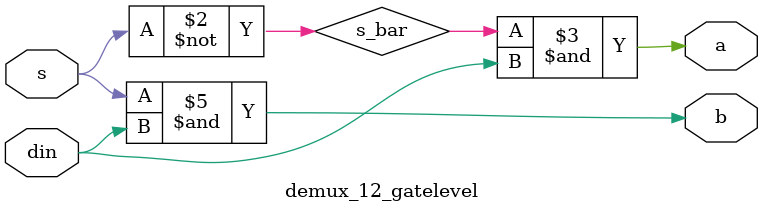
<source format=v>
module demux_12_gatelevel (a, b, s, din);

output a, b;
input s, din;

wire s_bar, out1, out2;

nand g1 (s_bar, s, s);

nand g2 (out1, s_bar, din);
nand g3 (out2, s, din);
nand g4 (a, out1, out1);
nand g5 (b, out2, out2);

endmodule
</source>
